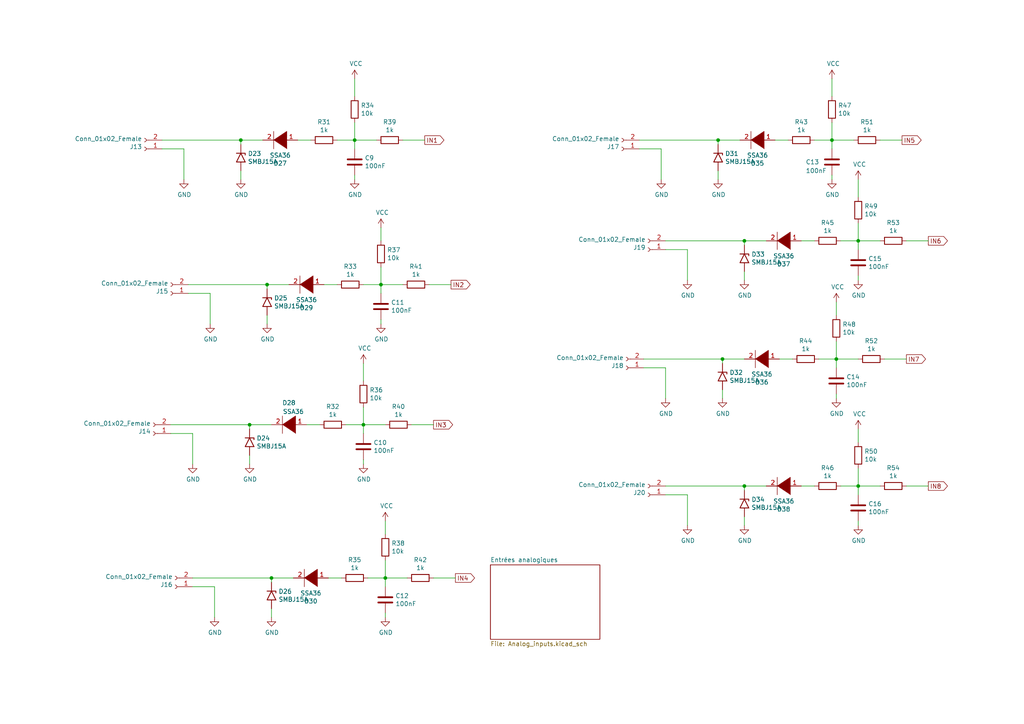
<source format=kicad_sch>
(kicad_sch (version 20211123) (generator eeschema)
  (paper "A4")
  (lib_symbols
    (symbol "Connector:Conn_01x02_Female" (pin_names (offset 1.016) hide)
      (property "Reference" "J" (at 0 2.54 0))
      (property "Value" "Conn_01x02_Female" (at 0 -5.08 0))
      (symbol "Conn_01x02_Female_1_1"
        (arc (start 0 -2.032) (mid -0.508 -2.54) (end 0 -3.048) (stroke (width 0.1524)))
        (polyline (pts (xy -1.27 -2.54) (xy -0.508 -2.54)) (stroke (width 0.1524)))
        (polyline (pts (xy -1.27 0) (xy -0.508 0)) (stroke (width 0.1524)))
        (arc (start 0 0.508) (mid -0.508 0) (end 0 -0.508) (stroke (width 0.1524)))
        (pin passive line (at -5.08 0 0) (length 3.81) (name "Pin_1") (number "1"))
        (pin passive line (at -5.08 -2.54 0) (length 3.81) (name "Pin_2") (number "2"))
      )
    )
    (symbol "Device:C" (pin_numbers hide) (pin_names (offset 0.254))
      (property "Reference" "C" (at 0.635 2.54 0))
      (property "Value" "C" (at 0.635 -2.54 0))
      (symbol "C_0_1"
        (polyline (pts (xy -2.032 -0.762) (xy 2.032 -0.762)) (stroke (width 0.508)))
        (polyline (pts (xy -2.032 0.762) (xy 2.032 0.762)) (stroke (width 0.508)))
      )
      (symbol "C_1_1"
        (pin passive line (at 0 3.81 270) (length 2.794) (name "~") (number "1"))
        (pin passive line (at 0 -3.81 90) (length 2.794) (name "~") (number "2"))
      )
    )
    (symbol "Device:R" (pin_numbers hide) (pin_names (offset 0))
      (property "Reference" "R" (at 2.032 0 90))
      (property "Value" "R" (at 0 0 90))
      (symbol "R_0_1"
        (rectangle (start -1.016 -2.54) (end 1.016 2.54) (stroke (width 0.254)))
      )
      (symbol "R_1_1"
        (pin passive line (at 0 3.81 270) (length 1.27) (name "~") (number "1"))
        (pin passive line (at 0 -3.81 90) (length 1.27) (name "~") (number "2"))
      )
    )
    (symbol "Diode:SM6T15A" (pin_numbers hide) (pin_names (offset 1.016) hide)
      (property "Reference" "D" (at 0 2.54 0))
      (property "Value" "SM6T15A" (at 0 -2.54 0))
      (symbol "SM6T15A_0_1"
        (polyline (pts (xy -0.762 1.27) (xy -1.27 1.27) (xy -1.27 -1.27)) (stroke (width 0.254)))
        (polyline (pts (xy 1.27 1.27) (xy 1.27 -1.27) (xy -1.27 0) (xy 1.27 1.27)) (stroke (width 0.254)))
      )
      (symbol "SM6T15A_1_1"
        (pin passive line (at -3.81 0 0) (length 2.54) (name "A1") (number "1"))
        (pin passive line (at 3.81 0 180) (length 2.54) (name "A2") (number "2"))
      )
    )
    (symbol "power:GND" (power) (pin_names (offset 0))
      (property "Value" "GND" (at 0 -3.81 0))
      (symbol "GND_0_1"
        (polyline (pts (xy 0 0) (xy 0 -1.27) (xy 1.27 -1.27) (xy 0 -2.54) (xy -1.27 -1.27) (xy 0 -1.27)))
      )
      (symbol "GND_1_1"
        (pin power_in line (at 0 0 270) (length 0) hide (name "GND") (number "1"))
      )
    )
    (symbol "power:VCC" (power) (pin_names (offset 0))
      (property "Value" "VCC" (at 0 3.81 0))
      (symbol "VCC_0_1"
        (polyline (pts (xy -0.762 1.27) (xy 0 2.54)))
        (polyline (pts (xy 0 0) (xy 0 2.54)))
        (polyline (pts (xy 0 2.54) (xy 0.762 1.27)))
      )
      (symbol "VCC_1_1"
        (pin power_in line (at 0 0 90) (length 0) hide (name "VCC") (number "1"))
      )
    )
    (symbol "pspice:DIODE" (pin_names (offset 1.016) hide)
      (property "Reference" "D" (at 0 3.81 0))
      (property "Value" "DIODE" (at 0 -4.445 0))
      (symbol "DIODE_0_1"
        (polyline (pts (xy 1.905 2.54) (xy 1.905 -2.54)))
        (polyline (pts (xy -1.905 2.54) (xy -1.905 -2.54) (xy 1.905 0)) (fill (type outline)))
      )
      (symbol "DIODE_1_1"
        (pin input line (at -5.08 0 0) (length 3.81) (name "K") (number "1"))
        (pin input line (at 5.08 0 180) (length 3.81) (name "A") (number "2"))
      )
    )
  )
  (junction (at 208.28 40.64))
  (junction (at 110.49 82.55))
  (junction (at 248.92 140.97))
  (junction (at 248.92 69.85))
  (junction (at 215.9 140.97))
  (junction (at 242.57 104.14))
  (junction (at 72.39 123.19))
  (junction (at 78.74 167.64))
  (junction (at 69.85 40.64))
  (junction (at 77.47 82.55))
  (junction (at 215.9 69.85))
  (junction (at 209.55 104.14))
  (junction (at 111.76 167.64))
  (junction (at 241.3 40.64))
  (junction (at 102.87 40.64))
  (junction (at 105.41 123.19))
  (wire (pts (xy 248.92 80.01) (xy 248.92 81.28)))
  (wire (pts (xy 193.04 106.68) (xy 193.04 115.57)))
  (wire (pts (xy 72.39 132.08) (xy 72.39 134.62)))
  (wire (pts (xy 193.04 72.39) (xy 199.39 72.39)))
  (wire (pts (xy 242.57 104.14) (xy 242.57 106.68)))
  (wire (pts (xy 241.3 40.64) (xy 236.22 40.64)))
  (wire (pts (xy 185.42 43.18) (xy 191.77 43.18)))
  (wire (pts (xy 228.6 40.64) (xy 224.79 40.64)))
  (wire (pts (xy 215.9 149.86) (xy 215.9 152.4)))
  (wire (pts (xy 125.73 167.64) (xy 132.08 167.64)))
  (wire (pts (xy 247.65 40.64) (xy 241.3 40.64)))
  (wire (pts (xy 241.3 22.86) (xy 241.3 27.94)))
  (wire (pts (xy 116.84 82.55) (xy 110.49 82.55)))
  (wire (pts (xy 193.04 140.97) (xy 215.9 140.97)))
  (wire (pts (xy 116.84 40.64) (xy 123.19 40.64)))
  (wire (pts (xy 72.39 123.19) (xy 72.39 124.46)))
  (wire (pts (xy 78.74 176.53) (xy 78.74 179.07)))
  (wire (pts (xy 119.38 123.19) (xy 125.73 123.19)))
  (wire (pts (xy 105.41 105.41) (xy 105.41 110.49)))
  (wire (pts (xy 248.92 135.89) (xy 248.92 140.97)))
  (wire (pts (xy 241.3 35.56) (xy 241.3 40.64)))
  (wire (pts (xy 78.74 123.19) (xy 72.39 123.19)))
  (wire (pts (xy 111.76 162.56) (xy 111.76 167.64)))
  (wire (pts (xy 102.87 40.64) (xy 97.79 40.64)))
  (wire (pts (xy 102.87 22.86) (xy 102.87 27.94)))
  (wire (pts (xy 46.99 43.18) (xy 53.34 43.18)))
  (wire (pts (xy 215.9 104.14) (xy 209.55 104.14)))
  (wire (pts (xy 222.25 69.85) (xy 215.9 69.85)))
  (wire (pts (xy 185.42 40.64) (xy 208.28 40.64)))
  (wire (pts (xy 262.89 69.85) (xy 269.24 69.85)))
  (wire (pts (xy 111.76 167.64) (xy 111.76 170.18)))
  (wire (pts (xy 55.88 125.73) (xy 55.88 134.62)))
  (wire (pts (xy 242.57 87.63) (xy 242.57 91.44)))
  (wire (pts (xy 62.23 170.18) (xy 62.23 179.07)))
  (wire (pts (xy 97.79 82.55) (xy 93.98 82.55)))
  (wire (pts (xy 193.04 143.51) (xy 199.39 143.51)))
  (wire (pts (xy 76.2 40.64) (xy 69.85 40.64)))
  (wire (pts (xy 49.53 123.19) (xy 72.39 123.19)))
  (wire (pts (xy 248.92 124.46) (xy 248.92 128.27)))
  (wire (pts (xy 54.61 85.09) (xy 60.96 85.09)))
  (wire (pts (xy 55.88 167.64) (xy 78.74 167.64)))
  (wire (pts (xy 248.92 69.85) (xy 248.92 72.39)))
  (wire (pts (xy 222.25 140.97) (xy 215.9 140.97)))
  (wire (pts (xy 102.87 35.56) (xy 102.87 40.64)))
  (wire (pts (xy 236.22 140.97) (xy 232.41 140.97)))
  (wire (pts (xy 77.47 91.44) (xy 77.47 93.98)))
  (wire (pts (xy 191.77 43.18) (xy 191.77 52.07)))
  (wire (pts (xy 255.27 140.97) (xy 248.92 140.97)))
  (wire (pts (xy 99.06 167.64) (xy 95.25 167.64)))
  (wire (pts (xy 255.27 69.85) (xy 248.92 69.85)))
  (wire (pts (xy 105.41 123.19) (xy 105.41 125.73)))
  (wire (pts (xy 262.89 140.97) (xy 269.24 140.97)))
  (wire (pts (xy 109.22 40.64) (xy 102.87 40.64)))
  (wire (pts (xy 124.46 82.55) (xy 130.81 82.55)))
  (wire (pts (xy 248.92 52.07) (xy 248.92 57.15)))
  (wire (pts (xy 69.85 40.64) (xy 69.85 41.91)))
  (wire (pts (xy 255.27 40.64) (xy 261.62 40.64)))
  (wire (pts (xy 186.69 106.68) (xy 193.04 106.68)))
  (wire (pts (xy 248.92 151.13) (xy 248.92 152.4)))
  (wire (pts (xy 111.76 167.64) (xy 106.68 167.64)))
  (wire (pts (xy 236.22 69.85) (xy 232.41 69.85)))
  (wire (pts (xy 209.55 113.03) (xy 209.55 115.57)))
  (wire (pts (xy 46.99 40.64) (xy 69.85 40.64)))
  (wire (pts (xy 105.41 118.11) (xy 105.41 123.19)))
  (wire (pts (xy 241.3 40.64) (xy 241.3 43.18)))
  (wire (pts (xy 214.63 40.64) (xy 208.28 40.64)))
  (wire (pts (xy 110.49 92.71) (xy 110.49 93.98)))
  (wire (pts (xy 110.49 66.04) (xy 110.49 69.85)))
  (wire (pts (xy 69.85 49.53) (xy 69.85 52.07)))
  (wire (pts (xy 110.49 82.55) (xy 105.41 82.55)))
  (wire (pts (xy 85.09 167.64) (xy 78.74 167.64)))
  (wire (pts (xy 118.11 167.64) (xy 111.76 167.64)))
  (wire (pts (xy 241.3 50.8) (xy 241.3 52.07)))
  (wire (pts (xy 208.28 49.53) (xy 208.28 52.07)))
  (wire (pts (xy 83.82 82.55) (xy 77.47 82.55)))
  (wire (pts (xy 256.54 104.14) (xy 262.89 104.14)))
  (wire (pts (xy 208.28 40.64) (xy 208.28 41.91)))
  (wire (pts (xy 248.92 140.97) (xy 248.92 143.51)))
  (wire (pts (xy 92.71 123.19) (xy 88.9 123.19)))
  (wire (pts (xy 105.41 123.19) (xy 100.33 123.19)))
  (wire (pts (xy 53.34 43.18) (xy 53.34 52.07)))
  (wire (pts (xy 111.76 177.8) (xy 111.76 179.07)))
  (wire (pts (xy 242.57 99.06) (xy 242.57 104.14)))
  (wire (pts (xy 102.87 50.8) (xy 102.87 52.07)))
  (wire (pts (xy 110.49 77.47) (xy 110.49 82.55)))
  (wire (pts (xy 105.41 133.35) (xy 105.41 134.62)))
  (wire (pts (xy 215.9 140.97) (xy 215.9 142.24)))
  (wire (pts (xy 55.88 170.18) (xy 62.23 170.18)))
  (wire (pts (xy 111.76 123.19) (xy 105.41 123.19)))
  (wire (pts (xy 78.74 167.64) (xy 78.74 168.91)))
  (wire (pts (xy 248.92 69.85) (xy 243.84 69.85)))
  (wire (pts (xy 54.61 82.55) (xy 77.47 82.55)))
  (wire (pts (xy 215.9 78.74) (xy 215.9 81.28)))
  (wire (pts (xy 248.92 64.77) (xy 248.92 69.85)))
  (wire (pts (xy 215.9 69.85) (xy 215.9 71.12)))
  (wire (pts (xy 229.87 104.14) (xy 226.06 104.14)))
  (wire (pts (xy 199.39 143.51) (xy 199.39 152.4)))
  (wire (pts (xy 242.57 114.3) (xy 242.57 115.57)))
  (wire (pts (xy 199.39 72.39) (xy 199.39 81.28)))
  (wire (pts (xy 102.87 40.64) (xy 102.87 43.18)))
  (wire (pts (xy 242.57 104.14) (xy 237.49 104.14)))
  (wire (pts (xy 248.92 104.14) (xy 242.57 104.14)))
  (wire (pts (xy 209.55 104.14) (xy 209.55 105.41)))
  (wire (pts (xy 193.04 69.85) (xy 215.9 69.85)))
  (wire (pts (xy 111.76 151.13) (xy 111.76 154.94)))
  (wire (pts (xy 248.92 140.97) (xy 243.84 140.97)))
  (wire (pts (xy 49.53 125.73) (xy 55.88 125.73)))
  (wire (pts (xy 60.96 85.09) (xy 60.96 93.98)))
  (wire (pts (xy 186.69 104.14) (xy 209.55 104.14)))
  (wire (pts (xy 110.49 82.55) (xy 110.49 85.09)))
  (wire (pts (xy 77.47 82.55) (xy 77.47 83.82)))
  (wire (pts (xy 90.17 40.64) (xy 86.36 40.64)))
  (global_label "IN8" (shape output) (at 269.24 140.97 0) (property "Intersheet References" "${INTERSHEET_REFS}" (effects hide)))
  (global_label "IN6" (shape output) (at 269.24 69.85 0) (property "Intersheet References" "${INTERSHEET_REFS}" (effects hide)))
  (global_label "IN1" (shape output) (at 123.19 40.64 0) (property "Intersheet References" "${INTERSHEET_REFS}" (effects hide)))
  (global_label "IN7" (shape output) (at 262.89 104.14 0) (property "Intersheet References" "${INTERSHEET_REFS}" (effects hide)))
  (global_label "IN4" (shape output) (at 132.08 167.64 0) (property "Intersheet References" "${INTERSHEET_REFS}" (effects hide)))
  (global_label "IN2" (shape output) (at 130.81 82.55 0) (property "Intersheet References" "${INTERSHEET_REFS}" (effects hide)))
  (global_label "IN5" (shape output) (at 261.62 40.64 0) (property "Intersheet References" "${INTERSHEET_REFS}" (effects hide)))
  (global_label "IN3" (shape output) (at 125.73 123.19 0) (property "Intersheet References" "${INTERSHEET_REFS}" (effects hide)))
  (symbol (lib_id "Connector:Conn_01x02_Female") (at 41.91 43.18 180) (unit 1)
    (property "Reference" "J13" (at 41.1988 42.5704 0) (effects (justify left)))
    (property "Value" "Conn_01x02_Female" (at 41.1988 40.259 0) (effects (justify left)))
    (property "Footprint" "connectors:conn-2pts-P5mm" (effects hide))
  )
  (symbol (lib_id "power:GND") (at 53.34 52.07 0) (unit 1)
    (property "Reference" "#PWR051" (effects hide))
    (property "Value" "GND" (at 53.467 56.4642 0))
  )
  (symbol (lib_id "Diode:SM6T15A") (at 69.85 45.72 270) (unit 1)
    (property "Reference" "D23" (at 71.882 44.5516 90) (effects (justify left)))
    (property "Value" "SMBJ15A" (at 71.882 46.863 90) (effects (justify left)))
    (property "Footprint" "Diode_SMD:D_SMB_Handsoldering" (effects hide))
    (property "Datasheet" "https://www.st.com/resource/en/datasheet/sm6t.pdf" (effects hide))
  )
  (symbol (lib_id "power:GND") (at 69.85 52.07 0) (unit 1)
    (property "Reference" "#PWR055" (effects hide))
    (property "Value" "GND" (at 69.977 56.4642 0))
  )
  (symbol (lib_id "pspice:DIODE") (at 81.28 40.64 180) (unit 1)
    (property "Reference" "D27" (at 81.28 47.371 0))
    (property "Value" "SSA36" (at 81.28 45.0596 0))
    (property "Footprint" "diodes_perso:D_SMB_SSA36-Handsoldering" (effects hide))
  )
  (symbol (lib_id "Device:R") (at 93.98 40.64 270) (unit 1)
    (property "Reference" "R31" (at 93.98 35.3822 90))
    (property "Value" "1k" (at 93.98 37.6936 90))
    (property "Footprint" "Resistor_SMD:R_0805_2012Metric_Pad1.20x1.40mm_HandSolder" (effects hide))
  )
  (symbol (lib_id "Device:C") (at 102.87 46.99 0) (unit 1)
    (property "Reference" "C9" (at 105.791 45.8216 0) (effects (justify left)))
    (property "Value" "100nF" (at 105.791 48.133 0) (effects (justify left)))
    (property "Footprint" "Resistor_SMD:R_0805_2012Metric_Pad1.20x1.40mm_HandSolder" (effects hide))
  )
  (symbol (lib_id "power:GND") (at 102.87 52.07 0) (unit 1)
    (property "Reference" "#PWR060" (effects hide))
    (property "Value" "GND" (at 102.997 56.4642 0))
  )
  (symbol (lib_id "Device:R") (at 102.87 31.75 180) (unit 1)
    (property "Reference" "R34" (at 104.648 30.5816 0) (effects (justify right)))
    (property "Value" "10k" (at 104.648 32.893 0) (effects (justify right)))
    (property "Footprint" "Resistor_SMD:R_0805_2012Metric_Pad1.20x1.40mm_HandSolder" (effects hide))
  )
  (symbol (lib_id "Device:R") (at 113.03 40.64 270) (unit 1)
    (property "Reference" "R39" (at 113.03 35.3822 90))
    (property "Value" "1k" (at 113.03 37.6936 90))
    (property "Footprint" "Resistor_SMD:R_0805_2012Metric_Pad1.20x1.40mm_HandSolder" (effects hide))
  )
  (symbol (lib_id "Connector:Conn_01x02_Female") (at 49.53 85.09 180) (unit 1)
    (property "Reference" "J15" (at 48.8188 84.4804 0) (effects (justify left)))
    (property "Value" "Conn_01x02_Female" (at 48.8188 82.169 0) (effects (justify left)))
    (property "Footprint" "connectors:conn-2pts-P5mm" (effects hide))
  )
  (symbol (lib_id "power:GND") (at 60.96 93.98 0) (unit 1)
    (property "Reference" "#PWR053" (effects hide))
    (property "Value" "GND" (at 61.087 98.3742 0))
  )
  (symbol (lib_id "Diode:SM6T15A") (at 77.47 87.63 270) (unit 1)
    (property "Reference" "D25" (at 79.502 86.4616 90) (effects (justify left)))
    (property "Value" "SMBJ15A" (at 79.502 88.773 90) (effects (justify left)))
    (property "Footprint" "Diode_SMD:D_SMB_Handsoldering" (effects hide))
    (property "Datasheet" "https://www.st.com/resource/en/datasheet/sm6t.pdf" (effects hide))
  )
  (symbol (lib_id "power:GND") (at 77.47 93.98 0) (unit 1)
    (property "Reference" "#PWR057" (effects hide))
    (property "Value" "GND" (at 77.597 98.3742 0))
  )
  (symbol (lib_id "pspice:DIODE") (at 88.9 82.55 180) (unit 1)
    (property "Reference" "D29" (at 88.9 89.281 0))
    (property "Value" "SSA36" (at 88.9 86.9696 0))
    (property "Footprint" "diodes_perso:D_SMB_SSA36-Handsoldering" (effects hide))
  )
  (symbol (lib_id "Device:R") (at 101.6 82.55 270) (unit 1)
    (property "Reference" "R33" (at 101.6 77.2922 90))
    (property "Value" "1k" (at 101.6 79.6036 90))
    (property "Footprint" "Resistor_SMD:R_0805_2012Metric_Pad1.20x1.40mm_HandSolder" (effects hide))
  )
  (symbol (lib_id "Device:C") (at 110.49 88.9 0) (unit 1)
    (property "Reference" "C11" (at 113.411 87.7316 0) (effects (justify left)))
    (property "Value" "100nF" (at 113.411 90.043 0) (effects (justify left)))
    (property "Footprint" "Resistor_SMD:R_0805_2012Metric_Pad1.20x1.40mm_HandSolder" (effects hide))
  )
  (symbol (lib_id "power:GND") (at 110.49 93.98 0) (unit 1)
    (property "Reference" "#PWR064" (effects hide))
    (property "Value" "GND" (at 110.617 98.3742 0))
  )
  (symbol (lib_id "Device:R") (at 110.49 73.66 180) (unit 1)
    (property "Reference" "R37" (at 112.268 72.4916 0) (effects (justify right)))
    (property "Value" "10k" (at 112.268 74.803 0) (effects (justify right)))
    (property "Footprint" "Resistor_SMD:R_0805_2012Metric_Pad1.20x1.40mm_HandSolder" (effects hide))
  )
  (symbol (lib_id "Device:R") (at 120.65 82.55 270) (unit 1)
    (property "Reference" "R41" (at 120.65 77.2922 90))
    (property "Value" "1k" (at 120.65 79.6036 90))
    (property "Footprint" "Resistor_SMD:R_0805_2012Metric_Pad1.20x1.40mm_HandSolder" (effects hide))
  )
  (symbol (lib_id "Connector:Conn_01x02_Female") (at 44.45 125.73 180) (unit 1)
    (property "Reference" "J14" (at 43.7388 125.1204 0) (effects (justify left)))
    (property "Value" "Conn_01x02_Female" (at 43.7388 122.809 0) (effects (justify left)))
    (property "Footprint" "connectors:conn-2pts-P5mm" (effects hide))
  )
  (symbol (lib_id "power:GND") (at 55.88 134.62 0) (unit 1)
    (property "Reference" "#PWR052" (effects hide))
    (property "Value" "GND" (at 56.007 139.0142 0))
  )
  (symbol (lib_id "Diode:SM6T15A") (at 72.39 128.27 270) (unit 1)
    (property "Reference" "D24" (at 74.422 127.1016 90) (effects (justify left)))
    (property "Value" "SMBJ15A" (at 74.422 129.413 90) (effects (justify left)))
    (property "Footprint" "Diode_SMD:D_SMB_Handsoldering" (effects hide))
    (property "Datasheet" "https://www.st.com/resource/en/datasheet/sm6t.pdf" (effects hide))
  )
  (symbol (lib_id "power:GND") (at 72.39 134.62 0) (unit 1)
    (property "Reference" "#PWR056" (effects hide))
    (property "Value" "GND" (at 72.517 139.0142 0))
  )
  (symbol (lib_id "pspice:DIODE") (at 83.82 123.19 180) (unit 1)
    (property "Reference" "D28" (at 83.82 116.84 0))
    (property "Value" "SSA36" (at 85.09 119.38 0))
    (property "Footprint" "diodes_perso:D_SMB_SSA36-Handsoldering" (effects hide))
  )
  (symbol (lib_id "Device:R") (at 96.52 123.19 270) (unit 1)
    (property "Reference" "R32" (at 96.52 117.9322 90))
    (property "Value" "1k" (at 96.52 120.2436 90))
    (property "Footprint" "Resistor_SMD:R_0805_2012Metric_Pad1.20x1.40mm_HandSolder" (effects hide))
  )
  (symbol (lib_id "Device:C") (at 105.41 129.54 0) (unit 1)
    (property "Reference" "C10" (at 108.331 128.3716 0) (effects (justify left)))
    (property "Value" "100nF" (at 108.331 130.683 0) (effects (justify left)))
    (property "Footprint" "Resistor_SMD:R_0805_2012Metric_Pad1.20x1.40mm_HandSolder" (effects hide))
  )
  (symbol (lib_id "power:GND") (at 105.41 134.62 0) (unit 1)
    (property "Reference" "#PWR062" (effects hide))
    (property "Value" "GND" (at 105.537 139.0142 0))
  )
  (symbol (lib_id "Device:R") (at 105.41 114.3 180) (unit 1)
    (property "Reference" "R36" (at 107.188 113.1316 0) (effects (justify right)))
    (property "Value" "10k" (at 107.188 115.443 0) (effects (justify right)))
    (property "Footprint" "Resistor_SMD:R_0805_2012Metric_Pad1.20x1.40mm_HandSolder" (effects hide))
  )
  (symbol (lib_id "Device:R") (at 115.57 123.19 270) (unit 1)
    (property "Reference" "R40" (at 115.57 117.9322 90))
    (property "Value" "1k" (at 115.57 120.2436 90))
    (property "Footprint" "Resistor_SMD:R_0805_2012Metric_Pad1.20x1.40mm_HandSolder" (effects hide))
  )
  (symbol (lib_id "Connector:Conn_01x02_Female") (at 50.8 170.18 180) (unit 1)
    (property "Reference" "J16" (at 50.0888 169.5704 0) (effects (justify left)))
    (property "Value" "Conn_01x02_Female" (at 50.0888 167.259 0) (effects (justify left)))
    (property "Footprint" "connectors:conn-2pts-P5mm" (effects hide))
  )
  (symbol (lib_id "power:GND") (at 62.23 179.07 0) (unit 1)
    (property "Reference" "#PWR054" (effects hide))
    (property "Value" "GND" (at 62.357 183.4642 0))
  )
  (symbol (lib_id "Diode:SM6T15A") (at 78.74 172.72 270) (unit 1)
    (property "Reference" "D26" (at 80.772 171.5516 90) (effects (justify left)))
    (property "Value" "SMBJ15A" (at 80.772 173.863 90) (effects (justify left)))
    (property "Footprint" "Diode_SMD:D_SMB_Handsoldering" (effects hide))
    (property "Datasheet" "https://www.st.com/resource/en/datasheet/sm6t.pdf" (effects hide))
  )
  (symbol (lib_id "power:GND") (at 78.74 179.07 0) (unit 1)
    (property "Reference" "#PWR058" (effects hide))
    (property "Value" "GND" (at 78.867 183.4642 0))
  )
  (symbol (lib_id "pspice:DIODE") (at 90.17 167.64 180) (unit 1)
    (property "Reference" "D30" (at 90.17 174.371 0))
    (property "Value" "SSA36" (at 90.17 172.0596 0))
    (property "Footprint" "diodes_perso:D_SMB_SSA36-Handsoldering" (effects hide))
  )
  (symbol (lib_id "Device:R") (at 102.87 167.64 270) (unit 1)
    (property "Reference" "R35" (at 102.87 162.3822 90))
    (property "Value" "1k" (at 102.87 164.6936 90))
    (property "Footprint" "Resistor_SMD:R_0805_2012Metric_Pad1.20x1.40mm_HandSolder" (effects hide))
  )
  (symbol (lib_id "Device:C") (at 111.76 173.99 0) (unit 1)
    (property "Reference" "C12" (at 114.681 172.8216 0) (effects (justify left)))
    (property "Value" "100nF" (at 114.681 175.133 0) (effects (justify left)))
    (property "Footprint" "Resistor_SMD:R_0805_2012Metric_Pad1.20x1.40mm_HandSolder" (effects hide))
  )
  (symbol (lib_id "power:GND") (at 111.76 179.07 0) (unit 1)
    (property "Reference" "#PWR066" (effects hide))
    (property "Value" "GND" (at 111.887 183.4642 0))
  )
  (symbol (lib_id "Device:R") (at 111.76 158.75 180) (unit 1)
    (property "Reference" "R38" (at 113.538 157.5816 0) (effects (justify right)))
    (property "Value" "10k" (at 113.538 159.893 0) (effects (justify right)))
    (property "Footprint" "Resistor_SMD:R_0805_2012Metric_Pad1.20x1.40mm_HandSolder" (effects hide))
  )
  (symbol (lib_id "Device:R") (at 121.92 167.64 270) (unit 1)
    (property "Reference" "R42" (at 121.92 162.3822 90))
    (property "Value" "1k" (at 121.92 164.6936 90))
    (property "Footprint" "Resistor_SMD:R_0805_2012Metric_Pad1.20x1.40mm_HandSolder" (effects hide))
  )
  (symbol (lib_id "Connector:Conn_01x02_Female") (at 180.34 43.18 180) (unit 1)
    (property "Reference" "J17" (at 179.6288 42.5704 0) (effects (justify left)))
    (property "Value" "Conn_01x02_Female" (at 179.6288 40.259 0) (effects (justify left)))
    (property "Footprint" "connectors:conn-2pts-P5mm" (effects hide))
  )
  (symbol (lib_id "power:GND") (at 191.77 52.07 0) (unit 1)
    (property "Reference" "#PWR067" (effects hide))
    (property "Value" "GND" (at 191.897 56.4642 0))
  )
  (symbol (lib_id "Diode:SM6T15A") (at 208.28 45.72 270) (unit 1)
    (property "Reference" "D31" (at 210.312 44.5516 90) (effects (justify left)))
    (property "Value" "SMBJ15A" (at 210.312 46.863 90) (effects (justify left)))
    (property "Footprint" "Diode_SMD:D_SMB_Handsoldering" (effects hide))
    (property "Datasheet" "https://www.st.com/resource/en/datasheet/sm6t.pdf" (effects hide))
  )
  (symbol (lib_id "power:GND") (at 208.28 52.07 0) (unit 1)
    (property "Reference" "#PWR071" (effects hide))
    (property "Value" "GND" (at 208.407 56.4642 0))
  )
  (symbol (lib_id "pspice:DIODE") (at 219.71 40.64 180) (unit 1)
    (property "Reference" "D35" (at 219.71 47.371 0))
    (property "Value" "SSA36" (at 219.71 45.0596 0))
    (property "Footprint" "diodes_perso:D_SMB_SSA36-Handsoldering" (effects hide))
  )
  (symbol (lib_id "Device:R") (at 232.41 40.64 270) (unit 1)
    (property "Reference" "R43" (at 232.41 35.3822 90))
    (property "Value" "1k" (at 232.41 37.6936 90))
    (property "Footprint" "Resistor_SMD:R_0805_2012Metric_Pad1.20x1.40mm_HandSolder" (effects hide))
  )
  (symbol (lib_id "Device:C") (at 241.3 46.99 0) (unit 1)
    (property "Reference" "C13" (at 233.68 46.99 0) (effects (justify left)))
    (property "Value" "100nF" (at 233.68 49.53 0) (effects (justify left)))
    (property "Footprint" "Resistor_SMD:R_0805_2012Metric_Pad1.20x1.40mm_HandSolder" (effects hide))
  )
  (symbol (lib_id "power:GND") (at 241.3 52.07 0) (unit 1)
    (property "Reference" "#PWR076" (effects hide))
    (property "Value" "GND" (at 241.427 56.4642 0))
  )
  (symbol (lib_id "Device:R") (at 241.3 31.75 180) (unit 1)
    (property "Reference" "R47" (at 243.078 30.5816 0) (effects (justify right)))
    (property "Value" "10k" (at 243.078 32.893 0) (effects (justify right)))
    (property "Footprint" "Resistor_SMD:R_0805_2012Metric_Pad1.20x1.40mm_HandSolder" (effects hide))
  )
  (symbol (lib_id "Device:R") (at 251.46 40.64 270) (unit 1)
    (property "Reference" "R51" (at 251.46 35.3822 90))
    (property "Value" "1k" (at 251.46 37.6936 90))
    (property "Footprint" "Resistor_SMD:R_0805_2012Metric_Pad1.20x1.40mm_HandSolder" (effects hide))
  )
  (symbol (lib_id "Connector:Conn_01x02_Female") (at 187.96 72.39 180) (unit 1)
    (property "Reference" "J19" (at 187.2488 71.7804 0) (effects (justify left)))
    (property "Value" "Conn_01x02_Female" (at 187.2488 69.469 0) (effects (justify left)))
    (property "Footprint" "connectors:conn-2pts-P5mm" (effects hide))
  )
  (symbol (lib_id "power:GND") (at 199.39 81.28 0) (unit 1)
    (property "Reference" "#PWR069" (effects hide))
    (property "Value" "GND" (at 199.517 85.6742 0))
  )
  (symbol (lib_id "Diode:SM6T15A") (at 215.9 74.93 270) (unit 1)
    (property "Reference" "D33" (at 217.932 73.7616 90) (effects (justify left)))
    (property "Value" "SMBJ15A" (at 217.932 76.073 90) (effects (justify left)))
    (property "Footprint" "Diode_SMD:D_SMB_Handsoldering" (effects hide))
    (property "Datasheet" "https://www.st.com/resource/en/datasheet/sm6t.pdf" (effects hide))
  )
  (symbol (lib_id "power:GND") (at 215.9 81.28 0) (unit 1)
    (property "Reference" "#PWR073" (effects hide))
    (property "Value" "GND" (at 216.027 85.6742 0))
  )
  (symbol (lib_id "pspice:DIODE") (at 227.33 69.85 180) (unit 1)
    (property "Reference" "D37" (at 227.33 76.581 0))
    (property "Value" "SSA36" (at 227.33 74.2696 0))
    (property "Footprint" "diodes_perso:D_SMB_SSA36-Handsoldering" (effects hide))
  )
  (symbol (lib_id "Device:R") (at 240.03 69.85 270) (unit 1)
    (property "Reference" "R45" (at 240.03 64.5922 90))
    (property "Value" "1k" (at 240.03 66.9036 90))
    (property "Footprint" "Resistor_SMD:R_0805_2012Metric_Pad1.20x1.40mm_HandSolder" (effects hide))
  )
  (symbol (lib_id "Device:C") (at 248.92 76.2 0) (unit 1)
    (property "Reference" "C15" (at 251.841 75.0316 0) (effects (justify left)))
    (property "Value" "100nF" (at 251.841 77.343 0) (effects (justify left)))
    (property "Footprint" "Resistor_SMD:R_0805_2012Metric_Pad1.20x1.40mm_HandSolder" (effects hide))
  )
  (symbol (lib_id "power:GND") (at 248.92 81.28 0) (unit 1)
    (property "Reference" "#PWR080" (effects hide))
    (property "Value" "GND" (at 249.047 85.6742 0))
  )
  (symbol (lib_id "Device:R") (at 248.92 60.96 180) (unit 1)
    (property "Reference" "R49" (at 250.698 59.7916 0) (effects (justify right)))
    (property "Value" "10k" (at 250.698 62.103 0) (effects (justify right)))
    (property "Footprint" "Resistor_SMD:R_0805_2012Metric_Pad1.20x1.40mm_HandSolder" (effects hide))
  )
  (symbol (lib_id "Device:R") (at 259.08 69.85 270) (unit 1)
    (property "Reference" "R53" (at 259.08 64.5922 90))
    (property "Value" "1k" (at 259.08 66.9036 90))
    (property "Footprint" "Resistor_SMD:R_0805_2012Metric_Pad1.20x1.40mm_HandSolder" (effects hide))
  )
  (symbol (lib_id "Connector:Conn_01x02_Female") (at 181.61 106.68 180) (unit 1)
    (property "Reference" "J18" (at 180.8988 106.0704 0) (effects (justify left)))
    (property "Value" "Conn_01x02_Female" (at 180.8988 103.759 0) (effects (justify left)))
    (property "Footprint" "connectors:conn-2pts-P5mm" (effects hide))
  )
  (symbol (lib_id "power:GND") (at 193.04 115.57 0) (unit 1)
    (property "Reference" "#PWR068" (effects hide))
    (property "Value" "GND" (at 193.167 119.9642 0))
  )
  (symbol (lib_id "Diode:SM6T15A") (at 209.55 109.22 270) (unit 1)
    (property "Reference" "D32" (at 211.582 108.0516 90) (effects (justify left)))
    (property "Value" "SMBJ15A" (at 211.582 110.363 90) (effects (justify left)))
    (property "Footprint" "Diode_SMD:D_SMB_Handsoldering" (effects hide))
    (property "Datasheet" "https://www.st.com/resource/en/datasheet/sm6t.pdf" (effects hide))
  )
  (symbol (lib_id "power:GND") (at 209.55 115.57 0) (unit 1)
    (property "Reference" "#PWR072" (effects hide))
    (property "Value" "GND" (at 209.677 119.9642 0))
  )
  (symbol (lib_id "pspice:DIODE") (at 220.98 104.14 180) (unit 1)
    (property "Reference" "D36" (at 220.98 110.871 0))
    (property "Value" "SSA36" (at 220.98 108.5596 0))
    (property "Footprint" "diodes_perso:D_SMB_SSA36-Handsoldering" (effects hide))
  )
  (symbol (lib_id "Device:R") (at 233.68 104.14 270) (unit 1)
    (property "Reference" "R44" (at 233.68 98.8822 90))
    (property "Value" "1k" (at 233.68 101.1936 90))
    (property "Footprint" "Resistor_SMD:R_0805_2012Metric_Pad1.20x1.40mm_HandSolder" (effects hide))
  )
  (symbol (lib_id "Device:C") (at 242.57 110.49 0) (unit 1)
    (property "Reference" "C14" (at 245.491 109.3216 0) (effects (justify left)))
    (property "Value" "100nF" (at 245.491 111.633 0) (effects (justify left)))
    (property "Footprint" "Resistor_SMD:R_0805_2012Metric_Pad1.20x1.40mm_HandSolder" (effects hide))
  )
  (symbol (lib_id "power:GND") (at 242.57 115.57 0) (unit 1)
    (property "Reference" "#PWR078" (effects hide))
    (property "Value" "GND" (at 242.697 119.9642 0))
  )
  (symbol (lib_id "Device:R") (at 242.57 95.25 180) (unit 1)
    (property "Reference" "R48" (at 244.348 94.0816 0) (effects (justify right)))
    (property "Value" "10k" (at 244.348 96.393 0) (effects (justify right)))
    (property "Footprint" "Resistor_SMD:R_0805_2012Metric_Pad1.20x1.40mm_HandSolder" (effects hide))
  )
  (symbol (lib_id "Device:R") (at 252.73 104.14 270) (unit 1)
    (property "Reference" "R52" (at 252.73 98.8822 90))
    (property "Value" "1k" (at 252.73 101.1936 90))
    (property "Footprint" "Resistor_SMD:R_0805_2012Metric_Pad1.20x1.40mm_HandSolder" (effects hide))
  )
  (symbol (lib_id "Device:R") (at 259.08 140.97 270) (unit 1)
    (property "Reference" "R54" (at 259.08 135.7122 90))
    (property "Value" "1k" (at 259.08 138.0236 90))
    (property "Footprint" "Resistor_SMD:R_0805_2012Metric_Pad1.20x1.40mm_HandSolder" (effects hide))
  )
  (symbol (lib_id "Device:R") (at 248.92 132.08 180) (unit 1)
    (property "Reference" "R50" (at 250.698 130.9116 0) (effects (justify right)))
    (property "Value" "10k" (at 250.698 133.223 0) (effects (justify right)))
    (property "Footprint" "Resistor_SMD:R_0805_2012Metric_Pad1.20x1.40mm_HandSolder" (effects hide))
  )
  (symbol (lib_id "power:GND") (at 248.92 152.4 0) (unit 1)
    (property "Reference" "#PWR082" (effects hide))
    (property "Value" "GND" (at 249.047 156.7942 0))
  )
  (symbol (lib_id "Device:C") (at 248.92 147.32 0) (unit 1)
    (property "Reference" "C16" (at 251.841 146.1516 0) (effects (justify left)))
    (property "Value" "100nF" (at 251.841 148.463 0) (effects (justify left)))
    (property "Footprint" "Resistor_SMD:R_0805_2012Metric_Pad1.20x1.40mm_HandSolder" (effects hide))
  )
  (symbol (lib_id "Device:R") (at 240.03 140.97 270) (unit 1)
    (property "Reference" "R46" (at 240.03 135.7122 90))
    (property "Value" "1k" (at 240.03 138.0236 90))
    (property "Footprint" "Resistor_SMD:R_0805_2012Metric_Pad1.20x1.40mm_HandSolder" (effects hide))
  )
  (symbol (lib_id "pspice:DIODE") (at 227.33 140.97 180) (unit 1)
    (property "Reference" "D38" (at 227.33 147.701 0))
    (property "Value" "SSA36" (at 227.33 145.3896 0))
    (property "Footprint" "diodes_perso:D_SMB_SSA36-Handsoldering" (effects hide))
  )
  (symbol (lib_id "power:GND") (at 215.9 152.4 0) (unit 1)
    (property "Reference" "#PWR074" (effects hide))
    (property "Value" "GND" (at 216.027 156.7942 0))
  )
  (symbol (lib_id "Diode:SM6T15A") (at 215.9 146.05 270) (unit 1)
    (property "Reference" "D34" (at 217.932 144.8816 90) (effects (justify left)))
    (property "Value" "SMBJ15A" (at 217.932 147.193 90) (effects (justify left)))
    (property "Footprint" "Diode_SMD:D_SMB_Handsoldering" (effects hide))
    (property "Datasheet" "https://www.st.com/resource/en/datasheet/sm6t.pdf" (effects hide))
  )
  (symbol (lib_id "power:GND") (at 199.39 152.4 0) (unit 1)
    (property "Reference" "#PWR070" (effects hide))
    (property "Value" "GND" (at 199.517 156.7942 0))
  )
  (symbol (lib_id "Connector:Conn_01x02_Female") (at 187.96 143.51 180) (unit 1)
    (property "Reference" "J20" (at 187.2488 142.9004 0) (effects (justify left)))
    (property "Value" "Conn_01x02_Female" (at 187.2488 140.589 0) (effects (justify left)))
    (property "Footprint" "connectors:conn-2pts-P5mm" (effects hide))
  )
  (symbol (lib_id "power:VCC") (at 102.87 22.86 0) (unit 1)
    (property "Reference" "#PWR059" (effects hide))
    (property "Value" "VCC" (at 103.251 18.4658 0))
  )
  (symbol (lib_id "power:VCC") (at 241.3 22.86 0) (unit 1)
    (property "Reference" "#PWR075" (effects hide))
    (property "Value" "VCC" (at 241.681 18.4658 0))
  )
  (symbol (lib_id "power:VCC") (at 248.92 52.07 0) (unit 1)
    (property "Reference" "#PWR079" (effects hide))
    (property "Value" "VCC" (at 249.301 47.6758 0))
  )
  (symbol (lib_id "power:VCC") (at 242.57 87.63 0) (unit 1)
    (property "Reference" "#PWR077" (effects hide))
    (property "Value" "VCC" (at 242.951 83.2358 0))
  )
  (symbol (lib_id "power:VCC") (at 248.92 124.46 0) (unit 1)
    (property "Reference" "#PWR081" (effects hide))
    (property "Value" "VCC" (at 249.301 120.0658 0))
  )
  (symbol (lib_id "power:VCC") (at 111.76 151.13 0) (unit 1)
    (property "Reference" "#PWR065" (effects hide))
    (property "Value" "VCC" (at 112.141 146.7358 0))
  )
  (symbol (lib_id "power:VCC") (at 105.41 105.41 0) (unit 1)
    (property "Reference" "#PWR061" (effects hide))
    (property "Value" "VCC" (at 105.791 101.0158 0))
  )
  (symbol (lib_id "power:VCC") (at 110.49 66.04 0) (unit 1)
    (property "Reference" "#PWR063" (effects hide))
    (property "Value" "VCC" (at 110.871 61.6458 0))
  )
  (sheet (at 142.24 163.83) (size 31.75 21.59)
    (property "Sheet name" "Entrées analogiques" (at 142.24 163.1184 0) (effects (justify left bottom)))
    (property "Sheet file" "Analog_inputs.kicad_sch" (at 142.24 186.0046 0) (effects (justify left top)))
  )
)
</source>
